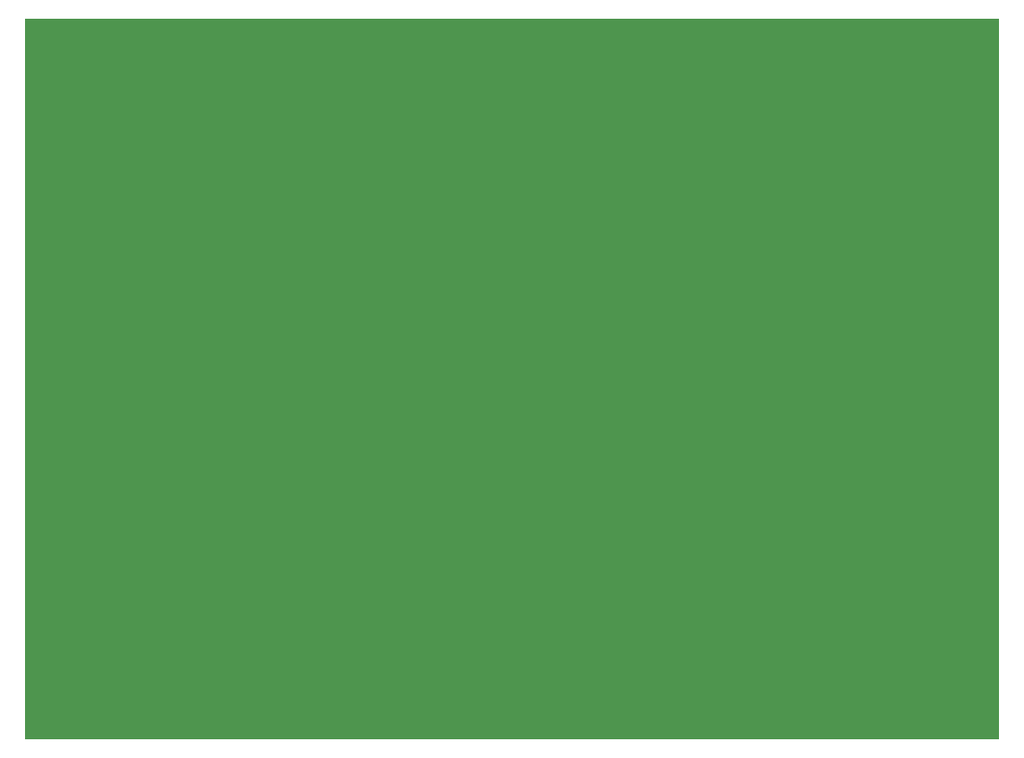
<source format=gbr>
G04 DipTrace 2.4.0.2*
%INBoard.gbr*%
%MOIN*%
%ADD11C,0.0055*%
%FSLAX44Y44*%
G04*
G70*
G90*
G75*
G01*
%LNBoardPoly*%
%LPD*%
G36*
X3940Y30830D2*
D11*
X40262D1*
Y3940D1*
X3940D1*
Y30830D1*
G37*
M02*

</source>
